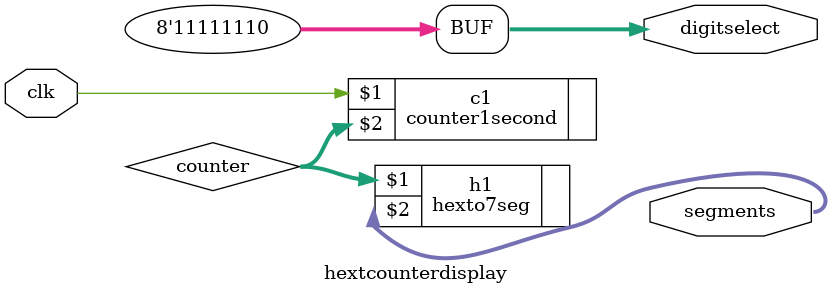
<source format=sv>
`timescale 1ns / 1ps
`default_nettype none

module hextcounterdisplay(
    input wire clk,
    output wire [7:0] digitselect,
    output wire [7:0] segments
    );
    
    wire [3:0] counter;
    
    assign digitselect = ~(8'b0000_0001);
    
    counter1second c1(clk, counter);
    hexto7seg h1(counter, segments);
    
endmodule

</source>
